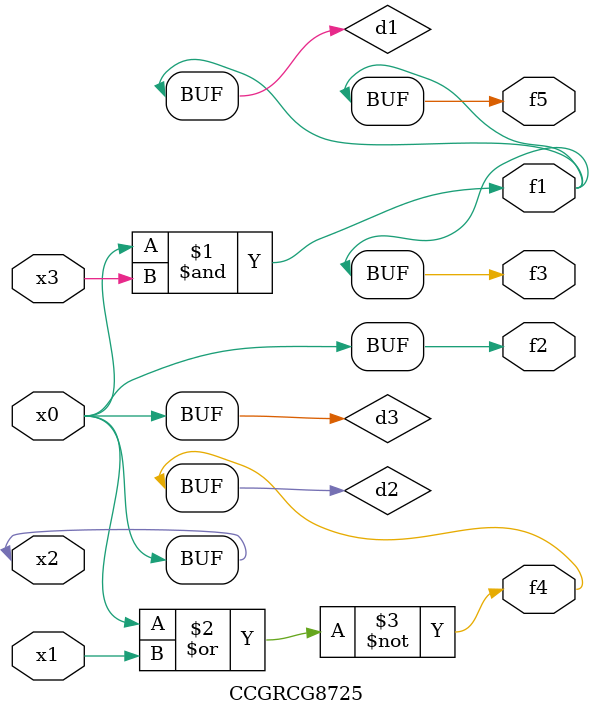
<source format=v>
module CCGRCG8725(
	input x0, x1, x2, x3,
	output f1, f2, f3, f4, f5
);

	wire d1, d2, d3;

	and (d1, x2, x3);
	nor (d2, x0, x1);
	buf (d3, x0, x2);
	assign f1 = d1;
	assign f2 = d3;
	assign f3 = d1;
	assign f4 = d2;
	assign f5 = d1;
endmodule

</source>
